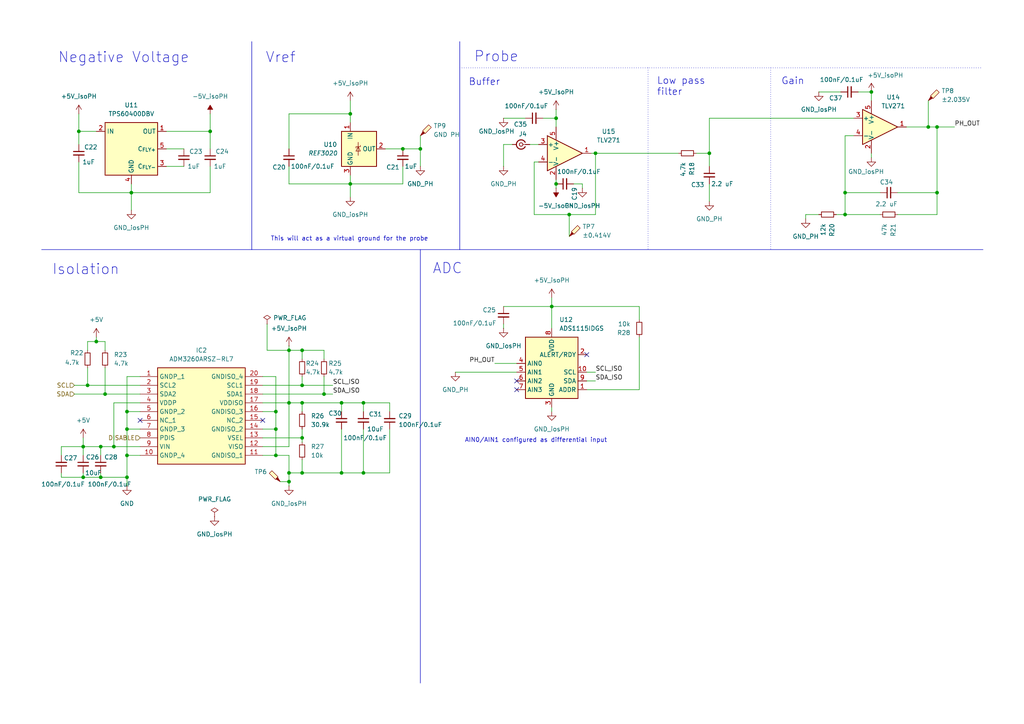
<source format=kicad_sch>
(kicad_sch (version 20231120) (generator "eeschema") (generator_version "8.0")
  (paper "A4")
  (title_block (title "pH") (rev "2"))
  (lib_symbols
    (symbol "Amplifier_Operational:TLV2371DBV" (pin_names (offset 0.127))
      (property "Reference" "U" (at -1.27 6.35 0))
      (property "Value" "TLV2371DBV" (at -1.27 3.81 0))
      (symbol "TLV2371DBV_0_1"
        (polyline (pts (xy -5.08 5.08) (xy 5.08 0) (xy -5.08 -5.08) (xy -5.08 5.08)) (stroke (width 0.254)) (fill (type background)))
        (pin power_in line (at -2.54 -7.62 90) (length 3.81) (name "V-") (number "2"))
        (pin power_in line (at -2.54 7.62 270) (length 3.81) (name "V+") (number "5"))
      )
      (symbol "TLV2371DBV_1_1"
        (pin output line (at 7.62 0 180) (length 2.54) (name "~") (number "1"))
        (pin input line (at -7.62 2.54 0) (length 2.54) (name "+") (number "3"))
        (pin input line (at -7.62 -2.54 0) (length 2.54) (name "-") (number "4"))
      )
    )
    (symbol "Analog_ADC:ADS1115IDGS"
      (property "Reference" "U" (at 2.54 13.97 0))
      (property "Value" "ADS1115IDGS" (at 7.62 11.43 0))
      (symbol "ADS1115IDGS_0_1"
        (rectangle (start -7.62 10.16) (end 7.62 -7.62) (stroke (width 0.254)) (fill (type background)))
      )
      (symbol "ADS1115IDGS_1_1"
        (pin input line (at 10.16 -5.08 180) (length 2.54) (name "ADDR") (number "1"))
        (pin input line (at 10.16 0 180) (length 2.54) (name "SCL") (number "10"))
        (pin output line (at 10.16 5.08 180) (length 2.54) (name "ALERT/RDY") (number "2"))
        (pin power_in line (at 0 -10.16 90) (length 2.54) (name "GND") (number "3"))
        (pin input line (at -10.16 2.54 0) (length 2.54) (name "AIN0") (number "4"))
        (pin input line (at -10.16 0 0) (length 2.54) (name "AIN1") (number "5"))
        (pin input line (at -10.16 -2.54 0) (length 2.54) (name "AIN2") (number "6"))
        (pin input line (at -10.16 -5.08 0) (length 2.54) (name "AIN3") (number "7"))
        (pin power_in line (at 0 12.7 270) (length 2.54) (name "VDD") (number "8"))
        (pin bidirectional line (at 10.16 -2.54 180) (length 2.54) (name "SDA") (number "9"))
      )
    )
    (symbol "Connector:Conn_Coaxial_Small" (pin_numbers hide) (pin_names (offset 1.016) hide)
      (property "Reference" "J" (at 0.254 3.048 0))
      (property "Value" "Conn_Coaxial_Small" (at 0 -3.81 0))
      (symbol "Conn_Coaxial_Small_0_1"
        (polyline (pts (xy -2.54 0) (xy -0.508 0)))
        (circle (center 0 0) (radius 0.508) (stroke (width 0.2032)))
      )
      (symbol "Conn_Coaxial_Small_1_1"
        (arc (start -1.1916 -0.6311) (mid 0.327 -1.3081) (end 1.3484 0.0039) (stroke (width 0.3048)))
        (arc (start 1.3484 -0.0039) (mid 0.327 1.3081) (end -1.1916 0.6311) (stroke (width 0.3048)))
        (pin passive line (at -2.54 0 0) (length 1.27) (name "In") (number "1"))
        (pin passive line (at 2.54 0 180) (length 1.27) (name "Ext") (number "2"))
      )
    )
    (symbol "Connector:TestPoint_Probe" (pin_numbers hide) (pin_names (offset 0.762) hide)
      (property "Reference" "TP" (at 1.651 5.842 0))
      (property "Value" "TestPoint_Probe" (at 1.651 4.064 0))
      (symbol "TestPoint_Probe_0_1"
        (polyline (pts (xy 1.27 0.762) (xy 0 0) (xy 0.762 1.27) (xy 1.27 0.762)) (fill (type outline)))
        (polyline (pts (xy 1.397 0.635) (xy 0.635 1.397) (xy 2.413 3.175) (xy 3.175 2.413) (xy 1.397 0.635)) (fill (type background)))
      )
      (symbol "TestPoint_Probe_1_1"
        (pin passive line (at 0 0 90) (length 0) (name "1") (number "1"))
      )
    )
    (symbol "Device:C_Small" (pin_numbers hide) (pin_names (offset 0.254) hide)
      (property "Reference" "C" (at 0.254 1.778 0))
      (property "Value" "C_Small" (at 0.254 -2.032 0))
      (symbol "C_Small_0_1"
        (polyline (pts (xy -1.524 -0.508) (xy 1.524 -0.508)) (stroke (width 0.3302)))
        (polyline (pts (xy -1.524 0.508) (xy 1.524 0.508)) (stroke (width 0.3048)))
      )
      (symbol "C_Small_1_1"
        (pin passive line (at 0 2.54 270) (length 2.032) (name "~") (number "1"))
        (pin passive line (at 0 -2.54 90) (length 2.032) (name "~") (number "2"))
      )
    )
    (symbol "Device:R_Small" (pin_numbers hide) (pin_names (offset 0.254) hide)
      (property "Reference" "R" (at 0.762 0.508 0))
      (property "Value" "R_Small" (at 0.762 -1.016 0))
      (symbol "R_Small_0_1"
        (rectangle (start -0.762 1.778) (end 0.762 -1.778) (stroke (width 0.2032)))
      )
      (symbol "R_Small_1_1"
        (pin passive line (at 0 2.54 270) (length 0.762) (name "~") (number "1"))
        (pin passive line (at 0 -2.54 90) (length 0.762) (name "~") (number "2"))
      )
    )
    (symbol "HydroponicFlowerControl:ADM3260ARSZ-RL7"
      (property "Reference" "IC" (at 31.75 7.62 0))
      (property "Value" "ADM3260ARSZ-RL7" (at 31.75 5.08 0))
      (symbol "ADM3260ARSZ-RL7_1_1"
        (rectangle (start 5.08 2.54) (end 30.48 -25.4) (stroke (width 0.254)) (fill (type background)))
        (pin passive line (at 0 0 0) (length 5.08) (name "GNDP_1") (number "1"))
        (pin passive line (at 0 -22.86 0) (length 5.08) (name "GNDP_4") (number "10"))
        (pin passive line (at 35.56 -22.86 180) (length 5.08) (name "GNDISO_1") (number "11"))
        (pin passive line (at 35.56 -20.32 180) (length 5.08) (name "VISO") (number "12"))
        (pin passive line (at 35.56 -17.78 180) (length 5.08) (name "VSEL") (number "13"))
        (pin passive line (at 35.56 -15.24 180) (length 5.08) (name "GNDISO_2") (number "14"))
        (pin passive line (at 35.56 -12.7 180) (length 5.08) (name "NC_2") (number "15"))
        (pin passive line (at 35.56 -10.16 180) (length 5.08) (name "GNDISO_3") (number "16"))
        (pin passive line (at 35.56 -7.62 180) (length 5.08) (name "VDDISO") (number "17"))
        (pin passive line (at 35.56 -5.08 180) (length 5.08) (name "SDA1") (number "18"))
        (pin passive line (at 35.56 -2.54 180) (length 5.08) (name "SCL1") (number "19"))
        (pin passive line (at 0 -2.54 0) (length 5.08) (name "SCL2") (number "2"))
        (pin passive line (at 35.56 0 180) (length 5.08) (name "GNDISO_4") (number "20"))
        (pin passive line (at 0 -5.08 0) (length 5.08) (name "SDA2") (number "3"))
        (pin passive line (at 0 -7.62 0) (length 5.08) (name "VDDP") (number "4"))
        (pin passive line (at 0 -10.16 0) (length 5.08) (name "GNDP_2") (number "5"))
        (pin passive line (at 0 -12.7 0) (length 5.08) (name "NC_1") (number "6"))
        (pin passive line (at 0 -15.24 0) (length 5.08) (name "GNDP_3") (number "7"))
        (pin passive line (at 0 -17.78 0) (length 5.08) (name "PDIS") (number "8"))
        (pin passive line (at 0 -20.32 0) (length 5.08) (name "VIN") (number "9"))
      )
    )
    (symbol "Reference_Voltage:REF3020" (pin_names (offset 0.254))
      (property "Reference" "U" (at 0 6.35 0))
      (property "Value" "REF3020" (at 2.54 -6.35 0))
      (symbol "REF3020_0_1"
        (rectangle (start -5.08 5.08) (end 5.08 -5.08) (stroke (width 0.254)) (fill (type background)))
        (polyline (pts (xy -0.254 1.905) (xy -0.254 -1.905)))
        (polyline (pts (xy -0.889 -0.635) (xy 0.381 -0.635) (xy -0.254 0.635) (xy -0.889 -0.635)))
        (polyline (pts (xy 0.381 1.016) (xy 0.381 0.635) (xy -0.889 0.635) (xy -0.889 0.254)))
      )
      (symbol "REF3020_1_1"
        (pin power_in line (at -2.54 7.62 270) (length 2.54) (name "IN") (number "1"))
        (pin power_out line (at 7.62 0 180) (length 2.54) (name "OUT") (number "2"))
        (pin power_in line (at -2.54 -7.62 90) (length 2.54) (name "GND") (number "3"))
      )
    )
    (symbol "Regulator_SwitchedCapacitor:TPS60400DBV"
      (property "Reference" "U" (at 6.35 8.89 0))
      (property "Value" "TPS60400DBV" (at 7.62 -8.89 0))
      (symbol "TPS60400DBV_1_1"
        (rectangle (start -7.62 7.62) (end 7.62 -7.62) (stroke (width 0.254)) (fill (type background)))
        (pin power_out line (at 10.16 5.08 180) (length 2.54) (name "OUT") (number "1"))
        (pin power_in line (at -10.16 5.08 0) (length 2.54) (name "IN") (number "2"))
        (pin passive line (at 10.16 -5.08 180) (length 2.54) (name "C_{FLY-}") (number "3"))
        (pin power_in line (at 0 -10.16 90) (length 2.54) (name "GND") (number "4"))
        (pin passive line (at 10.16 0 180) (length 2.54) (name "C_{FLY+}") (number "5"))
      )
    )
    (symbol "power:+5V" (power) (pin_numbers hide) (pin_names (offset 0) hide)
      (property "Value" "+5V" (at 0 3.556 0))
      (symbol "+5V_0_1"
        (polyline (pts (xy -0.762 1.27) (xy 0 2.54)))
        (polyline (pts (xy 0 0) (xy 0 2.54)))
        (polyline (pts (xy 0 2.54) (xy 0.762 1.27)))
      )
      (symbol "+5V_1_1"
        (pin power_in line (at 0 0 90) (length 0) (name "~") (number "1"))
      )
    )
    (symbol "power:+5VA" (power) (pin_numbers hide) (pin_names (offset 0) hide)
      (property "Value" "+5VA" (at 0 3.556 0))
      (symbol "+5VA_0_1"
        (polyline (pts (xy -0.762 1.27) (xy 0 2.54)))
        (polyline (pts (xy 0 0) (xy 0 2.54)))
        (polyline (pts (xy 0 2.54) (xy 0.762 1.27)))
      )
      (symbol "+5VA_1_1"
        (pin power_in line (at 0 0 90) (length 0) (name "~") (number "1"))
      )
    )
    (symbol "power:-5VA" (power) (pin_numbers hide) (pin_names (offset 0) hide)
      (property "Value" "-5VA" (at 0 3.556 0))
      (symbol "-5VA_0_0"
        (pin power_in line (at 0 0 90) (length 0) (name "~") (number "1"))
      )
      (symbol "-5VA_0_1"
        (polyline (pts (xy 0 0) (xy 0 1.27) (xy 0.762 1.27) (xy 0 2.54) (xy -0.762 1.27) (xy 0 1.27)) (fill (type outline)))
      )
    )
    (symbol "power:GND" (power) (pin_numbers hide) (pin_names (offset 0) hide)
      (property "Value" "GND" (at 0 -3.81 0))
      (symbol "GND_0_1"
        (polyline (pts (xy 0 0) (xy 0 -1.27) (xy 1.27 -1.27) (xy 0 -2.54) (xy -1.27 -1.27) (xy 0 -1.27)))
      )
      (symbol "GND_1_1"
        (pin power_in line (at 0 0 270) (length 0) (name "~") (number "1"))
      )
    )
    (symbol "power:GND1" (power) (pin_numbers hide) (pin_names (offset 0) hide)
      (property "Value" "GND1" (at 0 -3.81 0))
      (symbol "GND1_0_1"
        (polyline (pts (xy 0 0) (xy 0 -1.27) (xy 1.27 -1.27) (xy 0 -2.54) (xy -1.27 -1.27) (xy 0 -1.27)))
      )
      (symbol "GND1_1_1"
        (pin power_in line (at 0 0 270) (length 0) (name "~") (number "1"))
      )
    )
    (symbol "power:GNDA" (power) (pin_numbers hide) (pin_names (offset 0) hide)
      (property "Value" "GNDA" (at 0 -3.81 0))
      (symbol "GNDA_0_1"
        (polyline (pts (xy 0 0) (xy 0 -1.27) (xy 1.27 -1.27) (xy 0 -2.54) (xy -1.27 -1.27) (xy 0 -1.27)))
      )
      (symbol "GNDA_1_1"
        (pin power_in line (at 0 0 270) (length 0) (name "~") (number "1"))
      )
    )
    (symbol "power:PWR_FLAG" (power) (pin_numbers hide) (pin_names (offset 0) hide)
      (property "Value" "PWR_FLAG" (at 0 3.81 0))
      (symbol "PWR_FLAG_0_0"
        (pin power_out line (at 0 0 90) (length 0) (name "~") (number "1"))
      )
      (symbol "PWR_FLAG_0_1"
        (polyline (pts (xy 0 0) (xy 0 1.27) (xy -1.016 1.905) (xy 0 2.54) (xy 1.016 1.905) (xy 0 1.27)))
      )
    )
  )
  (junction (at 36.83 119.38))
  (junction (at 99.06 137.16))
  (junction (at 161.29 34.29))
  (junction (at 93.98 114.3))
  (junction (at 271.78 55.88))
  (junction (at 29.21 138.43))
  (junction (at 252.73 26.67))
  (junction (at 172.72 44.45))
  (junction (at 269.24 36.83))
  (junction (at 80.01 119.38))
  (junction (at 99.06 116.84))
  (junction (at 101.6 33.02))
  (junction (at 25.4 111.76))
  (junction (at 116.84 43.18))
  (junction (at 87.63 137.16))
  (junction (at 105.41 116.84))
  (junction (at 24.13 129.54))
  (junction (at 83.82 137.16))
  (junction (at 83.82 139.7))
  (junction (at 121.92 43.18))
  (junction (at 38.1 55.88))
  (junction (at 161.29 53.34))
  (junction (at 87.63 127))
  (junction (at 33.02 129.54))
  (junction (at 36.83 138.43))
  (junction (at 101.6 53.34))
  (junction (at 36.83 124.46))
  (junction (at 30.48 114.3))
  (junction (at 60.96 38.1))
  (junction (at 83.82 101.6))
  (junction (at 87.63 101.6))
  (junction (at 83.82 116.84))
  (junction (at 245.11 62.23))
  (junction (at 160.02 88.9))
  (junction (at 87.63 111.76))
  (junction (at 205.74 44.45))
  (junction (at 80.01 132.08))
  (junction (at 36.83 132.08))
  (junction (at 22.86 38.1))
  (junction (at 105.41 137.16))
  (junction (at 27.94 99.06))
  (junction (at 87.63 116.84))
  (junction (at 165.1 62.23))
  (junction (at 245.11 55.88))
  (junction (at 29.21 129.54))
  (junction (at 24.13 138.43))
  (junction (at 271.78 36.83))
  (junction (at 80.01 124.46))
  (no_connect (at 149.86 113.03))
  (no_connect (at 76.2 121.92))
  (no_connect (at 170.18 102.87))
  (no_connect (at 149.86 110.49))
  (no_connect (at 40.64 121.92))
  (wire (pts (xy 233.68 62.23) (xy 237.49 62.23)))
  (wire (pts (xy 146.05 88.9) (xy 160.02 88.9)))
  (wire (pts (xy 170.18 113.03) (xy 185.42 113.03)))
  (wire (pts (xy 24.13 138.43) (xy 29.21 138.43)))
  (wire (pts (xy 60.96 43.18) (xy 60.96 38.1)))
  (wire (pts (xy 22.86 33.02) (xy 22.86 38.1)))
  (wire (pts (xy 271.78 36.83) (xy 271.78 55.88)))
  (wire (pts (xy 87.63 116.84) (xy 99.06 116.84)))
  (wire (pts (xy 83.82 132.08) (xy 83.82 137.16)))
  (wire (pts (xy 76.2 129.54) (xy 83.82 129.54)))
  (wire (pts (xy 40.64 109.22) (xy 36.83 109.22)))
  (wire (pts (xy 248.92 26.67) (xy 252.73 26.67)))
  (wire (pts (xy 17.78 137.16) (xy 17.78 138.43)))
  (wire (pts (xy 76.2 111.76) (xy 87.63 111.76)))
  (wire (pts (xy 83.82 53.34) (xy 101.6 53.34)))
  (wire (pts (xy 76.2 127) (xy 87.63 127)))
  (wire (pts (xy 80.01 119.38) (xy 80.01 124.46)))
  (wire (pts (xy 166.37 53.34) (xy 168.91 53.34)))
  (wire (pts (xy 121.92 43.18) (xy 121.92 39.37)))
  (wire (pts (xy 245.11 55.88) (xy 245.11 39.37)))
  (wire (pts (xy 172.72 44.45) (xy 172.72 62.23)))
  (wire (pts (xy 87.63 127) (xy 87.63 128.27)))
  (wire (pts (xy 21.59 114.3) (xy 30.48 114.3)))
  (wire (pts (xy 245.11 55.88) (xy 255.27 55.88)))
  (wire (pts (xy 269.24 36.83) (xy 271.78 36.83)))
  (wire (pts (xy 205.74 53.34) (xy 205.74 58.42)))
  (wire (pts (xy 116.84 48.26) (xy 116.84 53.34)))
  (wire (pts (xy 168.91 53.34) (xy 168.91 54.61)))
  (wire (pts (xy 36.83 119.38) (xy 40.64 119.38)))
  (wire (pts (xy 205.74 34.29) (xy 205.74 44.45)))
  (wire (pts (xy 161.29 34.29) (xy 161.29 36.83)))
  (wire (pts (xy 76.2 109.22) (xy 80.01 109.22)))
  (wire (pts (xy 165.1 62.23) (xy 165.1 68.58)))
  (wire (pts (xy 83.82 100.33) (xy 83.82 101.6)))
  (wire (pts (xy 260.35 55.88) (xy 271.78 55.88)))
  (wire (pts (xy 161.29 52.07) (xy 161.29 53.34)))
  (wire (pts (xy 201.93 44.45) (xy 205.74 44.45)))
  (wire (pts (xy 121.92 43.18) (xy 121.92 48.26)))
  (wire (pts (xy 99.06 119.38) (xy 99.06 116.84)))
  (wire (pts (xy 76.2 119.38) (xy 80.01 119.38)))
  (wire (pts (xy 113.03 124.46) (xy 113.03 137.16)))
  (wire (pts (xy 146.05 93.98) (xy 146.05 95.25)))
  (wire (pts (xy 30.48 101.6) (xy 30.48 99.06)))
  (wire (pts (xy 80.01 124.46) (xy 80.01 132.08)))
  (wire (pts (xy 36.83 132.08) (xy 36.83 138.43)))
  (wire (pts (xy 30.48 99.06) (xy 27.94 99.06)))
  (wire (pts (xy 83.82 137.16) (xy 83.82 139.7)))
  (wire (pts (xy 101.6 33.02) (xy 101.6 35.56)))
  (wire (pts (xy 83.82 101.6) (xy 83.82 116.84)))
  (wire (pts (xy 161.29 53.34) (xy 161.29 54.61)))
  (wire (pts (xy 116.84 43.18) (xy 121.92 43.18)))
  (wire (pts (xy 76.2 124.46) (xy 80.01 124.46)))
  (wire (pts (xy 76.2 132.08) (xy 80.01 132.08)))
  (wire (pts (xy 22.86 46.99) (xy 22.86 55.88)))
  (wire (pts (xy 93.98 101.6) (xy 87.63 101.6)))
  (wire (pts (xy 29.21 137.16) (xy 29.21 138.43)))
  (wire (pts (xy 33.02 116.84) (xy 33.02 129.54)))
  (wire (pts (xy 83.82 139.7) (xy 83.82 140.97)))
  (wire (pts (xy 77.47 101.6) (xy 83.82 101.6)))
  (wire (pts (xy 160.02 118.11) (xy 160.02 119.38)))
  (wire (pts (xy 83.82 33.02) (xy 101.6 33.02)))
  (wire (pts (xy 113.03 119.38) (xy 113.03 116.84)))
  (wire (pts (xy 48.26 38.1) (xy 60.96 38.1)))
  (wire (pts (xy 27.94 99.06) (xy 25.4 99.06)))
  (wire (pts (xy 77.47 93.98) (xy 77.47 101.6)))
  (wire (pts (xy 36.83 132.08) (xy 40.64 132.08)))
  (wire (pts (xy 36.83 119.38) (xy 36.83 124.46)))
  (wire (pts (xy 99.06 137.16) (xy 87.63 137.16)))
  (wire (pts (xy 22.86 38.1) (xy 27.94 38.1)))
  (wire (pts (xy 271.78 62.23) (xy 260.35 62.23)))
  (wire (pts (xy 171.45 44.45) (xy 172.72 44.45)))
  (wire (pts (xy 21.59 111.76) (xy 25.4 111.76)))
  (wire (pts (xy 25.4 106.68) (xy 25.4 111.76)))
  (wire (pts (xy 24.13 129.54) (xy 29.21 129.54)))
  (wire (pts (xy 38.1 53.34) (xy 38.1 55.88)))
  (wire (pts (xy 185.42 92.71) (xy 185.42 88.9)))
  (wire (pts (xy 269.24 29.21) (xy 269.24 36.83)))
  (wire (pts (xy 60.96 55.88) (xy 38.1 55.88)))
  (wire (pts (xy 185.42 88.9) (xy 160.02 88.9)))
  (wire (pts (xy 87.63 119.38) (xy 87.63 116.84)))
  (wire (pts (xy 143.51 105.41) (xy 149.86 105.41)))
  (wire (pts (xy 237.49 26.67) (xy 243.84 26.67)))
  (wire (pts (xy 36.83 124.46) (xy 36.83 132.08)))
  (wire (pts (xy 24.13 129.54) (xy 24.13 127)))
  (wire (pts (xy 146.05 34.29) (xy 152.4 34.29)))
  (wire (pts (xy 105.41 124.46) (xy 105.41 137.16)))
  (wire (pts (xy 36.83 109.22) (xy 36.83 119.38)))
  (wire (pts (xy 157.48 34.29) (xy 161.29 34.29)))
  (wire (pts (xy 29.21 129.54) (xy 33.02 129.54)))
  (wire (pts (xy 36.83 124.46) (xy 40.64 124.46)))
  (polyline (pts (xy 133.35 72.39) (xy 73.025 72.39)))
  (wire (pts (xy 185.42 113.03) (xy 185.42 97.79)))
  (wire (pts (xy 87.63 124.46) (xy 87.63 127)))
  (wire (pts (xy 60.96 48.26) (xy 60.96 55.88)))
  (wire (pts (xy 245.11 62.23) (xy 255.27 62.23)))
  (wire (pts (xy 48.26 43.18) (xy 53.34 43.18)))
  (wire (pts (xy 87.63 101.6) (xy 83.82 101.6)))
  (wire (pts (xy 80.01 132.08) (xy 83.82 132.08)))
  (wire (pts (xy 30.48 106.68) (xy 30.48 114.3)))
  (wire (pts (xy 83.82 116.84) (xy 87.63 116.84)))
  (wire (pts (xy 233.68 62.23) (xy 233.68 63.5)))
  (wire (pts (xy 87.63 111.76) (xy 96.52 111.76)))
  (wire (pts (xy 105.41 116.84) (xy 105.41 119.38)))
  (wire (pts (xy 76.2 116.84) (xy 83.82 116.84)))
  (wire (pts (xy 242.57 62.23) (xy 245.11 62.23)))
  (wire (pts (xy 154.94 62.23) (xy 154.94 46.99)))
  (wire (pts (xy 29.21 138.43) (xy 36.83 138.43)))
  (wire (pts (xy 245.11 39.37) (xy 247.65 39.37)))
  (wire (pts (xy 40.64 116.84) (xy 33.02 116.84)))
  (polyline (pts (xy 187.96 19.685) (xy 187.96 72.39)) (stroke (width 0) (type dot)))
  (wire (pts (xy 172.72 44.45) (xy 196.85 44.45)))
  (wire (pts (xy 148.59 41.91) (xy 146.05 41.91)))
  (wire (pts (xy 149.86 107.95) (xy 132.08 107.95)))
  (polyline (pts (xy 133.35 72.39) (xy 285.115 72.39)))
  (wire (pts (xy 153.67 41.91) (xy 156.21 41.91)))
  (wire (pts (xy 24.13 137.16) (xy 24.13 138.43)))
  (wire (pts (xy 83.82 48.26) (xy 83.82 53.34)))
  (wire (pts (xy 99.06 116.84) (xy 105.41 116.84)))
  (wire (pts (xy 146.05 41.91) (xy 146.05 48.26)))
  (wire (pts (xy 22.86 38.1) (xy 22.86 41.91)))
  (wire (pts (xy 113.03 137.16) (xy 105.41 137.16)))
  (wire (pts (xy 83.82 129.54) (xy 83.82 116.84)))
  (wire (pts (xy 48.26 48.26) (xy 53.34 48.26)))
  (wire (pts (xy 93.98 114.3) (xy 96.52 114.3)))
  (wire (pts (xy 262.89 36.83) (xy 269.24 36.83)))
  (wire (pts (xy 170.18 107.95) (xy 172.72 107.95)))
  (polyline (pts (xy 133.35 12.065) (xy 133.35 72.39)))
  (wire (pts (xy 165.1 62.23) (xy 154.94 62.23)))
  (polyline (pts (xy 223.52 19.685) (xy 223.52 72.39)) (stroke (width 0) (type dot)))
  (wire (pts (xy 116.84 53.34) (xy 101.6 53.34)))
  (wire (pts (xy 245.11 62.23) (xy 245.11 55.88)))
  (wire (pts (xy 87.63 137.16) (xy 83.82 137.16)))
  (polyline (pts (xy 12.065 72.39) (xy 73.025 72.39)))
  (wire (pts (xy 99.06 124.46) (xy 99.06 137.16)))
  (wire (pts (xy 205.74 44.45) (xy 205.74 48.26)))
  (wire (pts (xy 93.98 109.22) (xy 93.98 114.3)))
  (wire (pts (xy 17.78 138.43) (xy 24.13 138.43)))
  (wire (pts (xy 17.78 132.08) (xy 17.78 129.54)))
  (wire (pts (xy 33.02 129.54) (xy 40.64 129.54)))
  (wire (pts (xy 87.63 109.22) (xy 87.63 111.76)))
  (polyline (pts (xy 133.35 19.685) (xy 284.48 19.685)) (stroke (width 0) (type dot)))
  (wire (pts (xy 172.72 62.23) (xy 165.1 62.23)))
  (wire (pts (xy 29.21 129.54) (xy 29.21 132.08)))
  (wire (pts (xy 161.29 31.75) (xy 161.29 34.29)))
  (wire (pts (xy 154.94 46.99) (xy 156.21 46.99)))
  (wire (pts (xy 36.83 138.43) (xy 36.83 140.97)))
  (wire (pts (xy 101.6 29.21) (xy 101.6 33.02)))
  (wire (pts (xy 111.76 43.18) (xy 116.84 43.18)))
  (wire (pts (xy 252.73 44.45) (xy 252.73 45.72)))
  (wire (pts (xy 27.94 97.79) (xy 27.94 99.06)))
  (wire (pts (xy 87.63 133.35) (xy 87.63 137.16)))
  (wire (pts (xy 25.4 111.76) (xy 40.64 111.76)))
  (wire (pts (xy 81.28 139.7) (xy 83.82 139.7)))
  (wire (pts (xy 271.78 55.88) (xy 271.78 62.23)))
  (wire (pts (xy 205.74 34.29) (xy 247.65 34.29)))
  (wire (pts (xy 101.6 53.34) (xy 101.6 57.15)))
  (wire (pts (xy 22.86 55.88) (xy 38.1 55.88)))
  (wire (pts (xy 83.82 33.02) (xy 83.82 43.18)))
  (wire (pts (xy 38.1 55.88) (xy 38.1 60.96)))
  (wire (pts (xy 25.4 99.06) (xy 25.4 101.6)))
  (wire (pts (xy 80.01 109.22) (xy 80.01 119.38)))
  (wire (pts (xy 170.18 110.49) (xy 172.72 110.49)))
  (wire (pts (xy 87.63 104.14) (xy 87.63 101.6)))
  (wire (pts (xy 76.2 114.3) (xy 93.98 114.3)))
  (wire (pts (xy 252.73 26.67) (xy 252.73 29.21)))
  (wire (pts (xy 101.6 50.8) (xy 101.6 53.34)))
  (polyline (pts (xy 73.025 12.065) (xy 73.025 72.39)))
  (wire (pts (xy 271.78 36.83) (xy 276.86 36.83)))
  (wire (pts (xy 160.02 88.9) (xy 160.02 95.25)))
  (wire (pts (xy 160.02 86.36) (xy 160.02 88.9)))
  (wire (pts (xy 113.03 116.84) (xy 105.41 116.84)))
  (wire (pts (xy 17.78 129.54) (xy 24.13 129.54)))
  (wire (pts (xy 24.13 129.54) (xy 24.13 132.08)))
  (wire (pts (xy 60.96 33.02) (xy 60.96 38.1)))
  (wire (pts (xy 105.41 137.16) (xy 99.06 137.16)))
  (wire (pts (xy 30.48 114.3) (xy 40.64 114.3)))
  (polyline (pts (xy 121.92 72.39) (xy 121.92 198.12)))
  (wire (pts (xy 93.98 104.14) (xy 93.98 101.6)))
  (text "Negative Voltage" (at 16.764 16.764 0) (effects (font (size 3 3)) (justify left)))
  (text "ADC" (at 129.794 77.978 0) (effects (font (size 3 3))))
  (text "Isolation" (at 24.892 78.232 0) (effects (font (size 3 3))))
  (text "AIN0/AIN1 configured as differential input" (at 155.448 127.762 0) (effects (font (size 1.27 1.27))))
  (text "Gain" (at 226.568 23.622 0) (effects (font (size 2 2)) (justify left)))
  (text "Probe" (at 137.414 16.51 0) (effects (font (size 3 3)) (justify left)))
  (text "Buffer" (at 135.89 23.876 0) (effects (font (size 2 2)) (justify left)))
  (text "Vref" (at 76.962 16.764 0) (effects (font (size 3 3)) (justify left)))
  (text "This will act as a virtual ground for the probe" (at 101.346 69.342 0) (effects (font (size 1.27 1.27))))
  (text "Low pass\nfilter" (at 190.5 25.146 0) (effects (font (size 2 2)) (justify left)))
  (label "PH_OUT" (at 143.51 105.41 180))
  (label "PH_OUT" (at 276.86 36.83 0))
  (label "SDA_ISO" (at 172.72 110.49 0))
  (label "SDA_ISO" (at 96.52 114.3 0))
  (label "SCL_ISO" (at 96.52 111.76 0))
  (label "SCL_ISO" (at 172.72 107.95 0))
  (hierarchical_label "DISABLE" (shape input) (at 40.64 127 180))
  (hierarchical_label "SDA" (shape input) (at 21.59 114.3 180))
  (hierarchical_label "SCL" (shape input) (at 21.59 111.76 180))
  (symbol (lib_id "power:GNDA") (at 62.23 149.86 0) (unit 1)
    (property "Reference" "#PWR0115" (effects (hide yes)))
    (property "Value" "GND_iosPH" (at 62.23 154.94 0))
    (property "Description" "Power symbol creates a global label with name \"GNDA\" , analog ground" (effects (hide yes)))
  )
  (symbol (lib_id "Connector:Conn_Coaxial_Small") (at 151.13 41.91 180) (unit 1) (in_bom no)
    (property "Reference" "J4" (at 151.638 38.862 0))
    (property "Value" "pH" (effects (hide yes)))
    (property "Footprint" "Connector_Coaxial:BNC_Amphenol_B6252HB-NPP3G-50_Horizontal" (effects (hide yes)))
    (property "Description" "small coaxial connector (BNC, SMA, SMB, SMC, Cinch/RCA, LEMO, ...)" (effects (hide yes)))
    (property "LCSC" "C2837587" (effects (hide yes)))
  )
  (symbol (lib_id "Device:R_Small") (at 87.63 121.92 0) (unit 1)
    (property "Reference" "R26" (at 90.17 120.6499 0) (effects (justify left)))
    (property "Value" "30.9k" (at 90.17 123.1899 0) (effects (justify left)))
    (property "Footprint" "Resistor_SMD:R_0603_1608Metric" (effects (hide yes)))
    (property "Description" "Resistor, small symbol" (effects (hide yes)))
    (property "LCSC" "C23022" (effects (hide yes)))
  )
  (symbol (lib_id "Device:R_Small") (at 93.98 106.68 0) (unit 1)
    (property "Reference" "R25" (at 95.25 105.41 0) (effects (justify left)))
    (property "Value" "4.7k" (at 95.25 107.95 0) (effects (justify left)))
    (property "Footprint" "Resistor_SMD:R_0603_1608Metric" (effects (hide yes)))
    (property "Description" "Resistor, small symbol" (effects (hide yes)))
    (property "LCSC" "C23162" (effects (hide yes)))
  )
  (symbol (lib_id "power:+5VA") (at 101.6 29.21 0) (unit 1)
    (property "Reference" "#PWR048" (effects (hide yes)))
    (property "Value" "+5V_isoPH" (at 101.6 24.13 0))
    (property "Description" "Power symbol creates a global label with name \"+5VA\"" (effects (hide yes)))
  )
  (symbol (lib_id "power:GND1") (at 205.74 58.42 0) (unit 1)
    (property "Reference" "#PWR043" (effects (hide yes)))
    (property "Value" "GND_PH" (at 205.74 63.5 0))
    (property "Description" "Power symbol creates a global label with name \"GND1\" , ground" (effects (hide yes)))
  )
  (symbol (lib_id "power:GNDA") (at 146.05 34.29 0) (unit 1)
    (property "Reference" "#PWR068" (effects (hide yes)))
    (property "Value" "GND_iosPH" (at 144.018 38.1 0))
    (property "Description" "Power symbol creates a global label with name \"GNDA\" , analog ground" (effects (hide yes)))
  )
  (symbol (lib_id "Device:C_Small") (at 83.82 45.72 0) (unit 1)
    (property "Reference" "C20" (at 78.994 48.514 0) (effects (justify left)))
    (property "Value" "100nF/0.1uF" (at 84.328 48.26 0) (effects (justify left)))
    (property "Footprint" "Capacitor_SMD:C_0603_1608Metric" (effects (hide yes)))
    (property "Description" "Unpolarized capacitor, small symbol" (effects (hide yes)))
    (property "LCSC" "C14663" (effects (hide yes)))
  )
  (symbol (lib_id "Reference_Voltage:REF3020") (at 104.14 43.18 0) (unit 1)
    (property "Reference" "U10" (at 97.79 41.9099 0) (effects (justify right)))
    (property "Value" "REF3020" (at 97.79 44.4499 0) (effects (font (italic yes)) (justify right)))
    (property "Footprint" "Package_TO_SOT_SMD:SOT-23" (effects (hide yes)))
    (property "Datasheet" "http://www.ti.com/lit/ds/symlink/ref3033.pdf" (effects (hide yes)))
    (property "Description" "2.048V 50-ppm/°C Max, 50-μA, CMOS Voltage Reference, SOT-23-3" (effects (hide yes)))
    (property "LCSC" "C26804" (effects (hide yes)))
  )
  (symbol (lib_id "Device:C_Small") (at 17.78 134.62 180) (unit 1)
    (property "Reference" "C27" (at 18.542 132.842 0) (effects (justify right)))
    (property "Value" "100nF/0.1uF" (at 11.938 140.462 0) (effects (justify right)))
    (property "Footprint" "Capacitor_SMD:C_0603_1608Metric" (effects (hide yes)))
    (property "Description" "Unpolarized capacitor, small symbol" (effects (hide yes)))
    (property "LCSC" "C14663" (effects (hide yes)))
  )
  (symbol (lib_id "Device:C_Small") (at 60.96 45.72 0) (unit 1)
    (property "Reference" "C24" (at 62.484 43.942 0) (effects (justify left)))
    (property "Value" "1uF" (at 61.976 48.26 0) (effects (justify left)))
    (property "Footprint" "Capacitor_SMD:C_0603_1608Metric" (effects (hide yes)))
    (property "Description" "Unpolarized capacitor, small symbol" (effects (hide yes)))
    (property "LCSC" "C15849" (effects (hide yes)))
  )
  (symbol (lib_id "power:GNDA") (at 160.02 119.38 0) (unit 1)
    (property "Reference" "#PWR054" (effects (hide yes)))
    (property "Value" "GND_iosPH" (at 160.02 124.46 0))
    (property "Description" "Power symbol creates a global label with name \"GNDA\" , analog ground" (effects (hide yes)))
  )
  (symbol (lib_id "power:+5VA") (at 160.02 86.36 0) (unit 1)
    (property "Reference" "#PWR051" (effects (hide yes)))
    (property "Value" "+5V_isoPH" (at 160.02 81.28 0))
    (property "Description" "Power symbol creates a global label with name \"+5VA\"" (effects (hide yes)))
  )
  (symbol (lib_id "power:GNDA") (at 38.1 60.96 0) (unit 1)
    (property "Reference" "#PWR067" (effects (hide yes)))
    (property "Value" "GND_iosPH" (at 38.1 66.04 0))
    (property "Description" "Power symbol creates a global label with name \"GNDA\" , analog ground" (effects (hide yes)))
  )
  (symbol (lib_id "power:PWR_FLAG") (at 77.47 93.98 0) (unit 1)
    (property "Reference" "#FLG07" (effects (hide yes)))
    (property "Value" "PWR_FLAG" (at 84.074 92.202 0))
    (property "Description" "Special symbol for telling ERC where power comes from" (effects (hide yes)))
  )
  (symbol (lib_id "power:+5V") (at 27.94 97.79 0) (unit 1)
    (property "Reference" "#PWR060" (effects (hide yes)))
    (property "Value" "+5V" (at 27.94 92.71 0))
    (property "Description" "Power symbol creates a global label with name \"+5V\"" (effects (hide yes)))
  )
  (symbol (lib_id "Device:C_Small") (at 257.81 55.88 90) (unit 1)
    (property "Reference" "C34" (at 259.08 52.832 90) (effects (justify left)))
    (property "Value" "2.2 uF" (at 260.35 59.182 90) (effects (justify left)))
    (property "Footprint" "Capacitor_SMD:C_0603_1608Metric" (effects (hide yes)))
    (property "Description" "Unpolarized capacitor, small symbol" (effects (hide yes)))
    (property "LCSC" "C23630" (effects (hide yes)))
  )
  (symbol (lib_id "Device:R_Small") (at 257.81 62.23 270) (unit 1)
    (property "Reference" "R21" (at 259.0801 64.77 0) (effects (justify left)))
    (property "Value" "47k" (at 256.5401 64.77 0) (effects (justify left)))
    (property "Footprint" "Resistor_SMD:R_0603_1608Metric" (effects (hide yes)))
    (property "Description" "Resistor, small symbol" (effects (hide yes)))
    (property "LCSC" "C25819" (effects (hide yes)))
  )
  (symbol (lib_id "power:GNDA") (at 237.49 26.67 0) (unit 1)
    (property "Reference" "#PWR077" (effects (hide yes)))
    (property "Value" "GND_iosPH" (at 237.49 31.75 0))
    (property "Description" "Power symbol creates a global label with name \"GNDA\" , analog ground" (effects (hide yes)))
  )
  (symbol (lib_id "power:+5VA") (at 252.73 26.67 0) (unit 1)
    (property "Reference" "#PWR078" (effects (hide yes)))
    (property "Value" "+5V_isoPH" (at 256.794 21.844 0))
    (property "Description" "Power symbol creates a global label with name \"+5VA\"" (effects (hide yes)))
  )
  (symbol (lib_id "Device:C_Small") (at 29.21 134.62 0) (unit 1)
    (property "Reference" "C28" (at 30.226 132.588 0) (effects (justify left)))
    (property "Value" "100nF/0.1uF" (at 25.4 140.462 0) (effects (justify left)))
    (property "Footprint" "Capacitor_SMD:C_0603_1608Metric" (effects (hide yes)))
    (property "Description" "Unpolarized capacitor, small symbol" (effects (hide yes)))
    (property "LCSC" "C14663" (effects (hide yes)))
  )
  (symbol (lib_id "Device:C_Small") (at 163.83 53.34 90) (unit 1)
    (property "Reference" "C19" (at 166.624 58.166 0) (effects (justify left)))
    (property "Value" "100nF/0.1uF" (at 174.244 49.784 90) (effects (justify left)))
    (property "Footprint" "Capacitor_SMD:C_0603_1608Metric" (effects (hide yes)))
    (property "Description" "Unpolarized capacitor, small symbol" (effects (hide yes)))
    (property "LCSC" "C14663" (effects (hide yes)))
  )
  (symbol (lib_id "power:+5V") (at 24.13 127 0) (unit 1)
    (property "Reference" "#PWR057" (effects (hide yes)))
    (property "Value" "+5V" (at 24.13 121.92 0))
    (property "Description" "Power symbol creates a global label with name \"+5V\"" (effects (hide yes)))
  )
  (symbol (lib_id "Device:C_Small") (at 113.03 121.92 180) (unit 1)
    (property "Reference" "C29" (at 115.57 120.6435 0) (effects (justify right)))
    (property "Value" "100nF/0.1uF" (at 115.57 123.1835 0) (effects (justify right)))
    (property "Footprint" "Capacitor_SMD:C_0603_1608Metric" (effects (hide yes)))
    (property "Description" "Unpolarized capacitor, small symbol" (effects (hide yes)))
    (property "LCSC" "C14663" (effects (hide yes)))
  )
  (symbol (lib_id "Device:C_Small") (at 53.34 45.72 0) (unit 1)
    (property "Reference" "C23" (at 54.864 43.942 0) (effects (justify left)))
    (property "Value" "1uF" (at 54.356 48.26 0) (effects (justify left)))
    (property "Footprint" "Capacitor_SMD:C_0603_1608Metric" (effects (hide yes)))
    (property "Description" "Unpolarized capacitor, small symbol" (effects (hide yes)))
    (property "LCSC" "C15849" (effects (hide yes)))
  )
  (symbol (lib_id "Device:C_Small") (at 246.38 26.67 90) (unit 1)
    (property "Reference" "C37" (at 244.348 28.448 90) (effects (justify left)))
    (property "Value" "100nF/0.1uF" (at 250.444 23.114 90) (effects (justify left)))
    (property "Footprint" "Capacitor_SMD:C_0603_1608Metric" (effects (hide yes)))
    (property "Description" "Unpolarized capacitor, small symbol" (effects (hide yes)))
    (property "LCSC" "C14663" (effects (hide yes)))
  )
  (symbol (lib_id "power:-5VA") (at 161.29 54.61 180) (unit 1)
    (property "Reference" "#PWR074" (effects (hide yes)))
    (property "Value" "-5V_isoPH" (at 161.29 59.69 0))
    (property "Description" "Power symbol creates a global label with name \"-5VA\"" (effects (hide yes)))
  )
  (symbol (lib_id "Device:R_Small") (at 87.63 130.81 0) (unit 1)
    (property "Reference" "R27" (at 90.17 129.5399 0) (effects (justify left)))
    (property "Value" "10k" (at 90.17 132.0799 0) (effects (justify left)))
    (property "Footprint" "Resistor_SMD:R_0603_1608Metric" (effects (hide yes)))
    (property "Description" "Resistor, small symbol" (effects (hide yes)))
    (property "LCSC" "C25804" (effects (hide yes)))
  )
  (symbol (lib_id "Regulator_SwitchedCapacitor:TPS60400DBV") (at 38.1 43.18 0) (unit 1)
    (property "Reference" "U11" (at 38.1 30.48 0))
    (property "Value" "TPS60400DBV" (at 38.1 33.02 0))
    (property "Footprint" "Package_TO_SOT_SMD:SOT-23-5" (effects (hide yes)))
    (property "Datasheet" "https://www.ti.com/lit/ds/symlink/tps60400.pdf" (effects (hide yes)))
    (property "Description" "Unregulated 60-mA Charge Pump Voltage Inverter with Variable Switching Frequency 50 kHz - 250 kHz, SOT-23-5" (effects (hide yes)))
    (property "LCSC" "C9839" (effects (hide yes)))
  )
  (symbol (lib_id "Amplifier_Operational:TLV2371DBV") (at 163.83 44.45 0) (unit 1)
    (property "Reference" "U15" (at 176.53 38.1314 0))
    (property "Value" "TLV271" (at 176.53 40.6714 0))
    (property "Footprint" "Package_TO_SOT_SMD:SOT-23-5" (effects (hide yes)))
    (property "Datasheet" "https://wmsc.lcsc.com/wmsc/upload/file/pdf/v2/lcsc/2304140030_Diodes-Incorporated-TLV271CW5-7_C150498.pdf" (effects (hide yes)))
    (property "Description" "Rail-to-Rail Input/Output Operational Amplifier, SOT-25" (effects (hide yes)))
    (property "LCSC" "C150498" (effects (hide yes)))
  )
  (symbol (lib_id "power:+5VA") (at 22.86 33.02 0) (unit 1)
    (property "Reference" "#PWR050" (effects (hide yes)))
    (property "Value" "+5V_isoPH" (at 22.86 27.94 0))
    (property "Description" "Power symbol creates a global label with name \"+5VA\"" (effects (hide yes)))
  )
  (symbol (lib_id "Device:R_Small") (at 25.4 104.14 0) (unit 1)
    (property "Reference" "R22" (at 20.32 102.362 0) (effects (justify left)))
    (property "Value" "4.7k" (at 18.796 105.156 0) (effects (justify left)))
    (property "Footprint" "Resistor_SMD:R_0603_1608Metric" (effects (hide yes)))
    (property "Description" "Resistor, small symbol" (effects (hide yes)))
    (property "LCSC" "C23162" (effects (hide yes)))
  )
  (symbol (lib_id "Amplifier_Operational:TLV2371DBV") (at 255.27 36.83 0) (unit 1)
    (property "Reference" "U14" (at 259.08 28.194 0))
    (property "Value" "TLV271" (at 259.08 30.734 0))
    (property "Footprint" "Package_TO_SOT_SMD:SOT-23-5" (effects (hide yes)))
    (property "Datasheet" "https://wmsc.lcsc.com/wmsc/upload/file/pdf/v2/lcsc/2304140030_Diodes-Incorporated-TLV271CW5-7_C150498.pdf" (effects (hide yes)))
    (property "Description" "Rail-to-Rail Input/Output Operational Amplifier, SOT-25" (effects (hide yes)))
    (property "LCSC" "C150498" (effects (hide yes)))
  )
  (symbol (lib_id "Device:C_Small") (at 205.74 50.8 0) (unit 1)
    (property "Reference" "C33" (at 200.406 53.594 0) (effects (justify left)))
    (property "Value" "2.2 uF" (at 206.248 53.34 0) (effects (justify left)))
    (property "Footprint" "Capacitor_SMD:C_0603_1608Metric" (effects (hide yes)))
    (property "Description" "Unpolarized capacitor, small symbol" (effects (hide yes)))
    (property "LCSC" "C23630" (effects (hide yes)))
  )
  (symbol (lib_id "Connector:TestPoint_Probe") (at 81.28 139.7 0) (mirror y) (unit 1) (in_bom no)
    (property "Reference" "TP6" (at 77.47 136.8424 0) (effects (justify left)))
    (property "Value" "GND_ISO" (effects (hide yes)))
    (property "Footprint" "TestPoint:TestPoint_Loop_D1.80mm_Drill1.0mm_Beaded" (effects (hide yes)))
    (property "Description" "test point (alternative probe-style design)" (effects (hide yes)))
    (property "LCSC" "C5199801" (effects (hide yes)))
  )
  (symbol (lib_id "power:GND1") (at 121.92 48.26 0) (unit 1)
    (property "Reference" "#PWR072" (effects (hide yes)))
    (property "Value" "GND_PH" (at 121.92 53.34 0))
    (property "Description" "Power symbol creates a global label with name \"GND1\" , ground" (effects (hide yes)))
  )
  (symbol (lib_id "power:GND1") (at 132.08 107.95 0) (unit 1)
    (property "Reference" "#PWR071" (effects (hide yes)))
    (property "Value" "GND_PH" (at 132.08 113.03 0))
    (property "Description" "Power symbol creates a global label with name \"GND1\" , ground" (effects (hide yes)))
  )
  (symbol (lib_id "Device:C_Small") (at 24.13 134.62 0) (unit 1)
    (property "Reference" "C26" (at 24.892 132.588 0) (effects (justify left)))
    (property "Value" "10uF" (at 24.638 137.16 0) (effects (justify left)))
    (property "Footprint" "Capacitor_SMD:C_0603_1608Metric" (effects (hide yes)))
    (property "Description" "Unpolarized capacitor, small symbol" (effects (hide yes)))
    (property "LCSC" "C19702" (effects (hide yes)))
  )
  (symbol (lib_id "Device:R_Small") (at 199.39 44.45 270) (unit 1)
    (property "Reference" "R18" (at 200.6601 46.99 0) (effects (justify left)))
    (property "Value" "4.7k" (at 198.1201 46.99 0) (effects (justify left)))
    (property "Footprint" "Resistor_SMD:R_0603_1608Metric" (effects (hide yes)))
    (property "Description" "Resistor, small symbol" (effects (hide yes)))
    (property "LCSC" "C23162" (effects (hide yes)))
  )
  (symbol (lib_id "Connector:TestPoint_Probe") (at 269.24 29.21 0) (unit 1) (in_bom no)
    (property "Reference" "TP8" (at 273.05 26.3524 0) (effects (justify left)))
    (property "Value" "±2.035V" (at 273.05 28.8924 0) (effects (justify left)))
    (property "Footprint" "TestPoint:TestPoint_Pad_D1.0mm" (effects (hide yes)))
    (property "Description" "test point (alternative probe-style design)" (effects (hide yes)))
  )
  (symbol (lib_id "Analog_ADC:ADS1115IDGS") (at 160.02 107.95 0) (unit 1)
    (property "Reference" "U12" (at 162.2141 92.71 0) (effects (justify left)))
    (property "Value" "ADS1115IDGS" (at 162.2141 95.25 0) (effects (justify left)))
    (property "Footprint" "Package_SO:VSSOP-10_3x3mm_P0.5mm" (effects (hide yes)))
    (property "Datasheet" "http://www.ti.com/lit/ds/symlink/ads1113.pdf" (effects (hide yes)))
    (property "Description" "Ultra-Small, Low-Power, I2C-Compatible, 860-SPS, 16-Bit ADCs With Internal Reference, Oscillator, and Programmable Comparator, VSSOP-10" (effects (hide yes)))
    (property "LCSC" "C37593" (effects (hide yes)))
    (property "JLCPCB Rotation Offset" "270" (effects (hide yes)))
  )
  (symbol (lib_id "power:GNDA") (at 252.73 45.72 0) (unit 1)
    (property "Reference" "#PWR061" (effects (hide yes)))
    (property "Value" "GND_iosPH" (at 251.206 49.784 0))
    (property "Description" "Power symbol creates a global label with name \"GNDA\" , analog ground" (effects (hide yes)))
  )
  (symbol (lib_id "Device:R_Small") (at 87.63 106.68 0) (unit 1)
    (property "Reference" "R24" (at 88.646 105.41 0) (effects (justify left)))
    (property "Value" "4.7k" (at 88.646 107.95 0) (effects (justify left)))
    (property "Footprint" "Resistor_SMD:R_0603_1608Metric" (effects (hide yes)))
    (property "Description" "Resistor, small symbol" (effects (hide yes)))
    (property "LCSC" "C23162" (effects (hide yes)))
  )
  (symbol (lib_id "power:GNDA") (at 146.05 95.25 0) (unit 1)
    (property "Reference" "#PWR053" (effects (hide yes)))
    (property "Value" "GND_iosPH" (at 146.05 100.33 0))
    (property "Description" "Power symbol creates a global label with name \"GNDA\" , analog ground" (effects (hide yes)))
  )
  (symbol (lib_id "Device:C_Small") (at 22.86 44.45 0) (unit 1)
    (property "Reference" "C22" (at 24.384 42.672 0) (effects (justify left)))
    (property "Value" "1uF" (at 23.876 46.99 0) (effects (justify left)))
    (property "Footprint" "Capacitor_SMD:C_0603_1608Metric" (effects (hide yes)))
    (property "Description" "Unpolarized capacitor, small symbol" (effects (hide yes)))
    (property "LCSC" "C15849" (effects (hide yes)))
  )
  (symbol (lib_id "HydroponicFlowerControl:ADM3260ARSZ-RL7") (at 40.64 109.22 0) (unit 1)
    (property "Reference" "IC2" (at 58.42 101.6 0))
    (property "Value" "ADM3260ARSZ-RL7" (at 58.42 104.14 0))
    (property "Footprint" "HydroponicFlowerControl:SOP65P780X200-20N" (effects (hide yes)))
    (property "Datasheet" "https://www.analog.com/media/en/technical-documentation/data-sheets/adm3260.pdf" (effects (hide yes)))
    (property "Description" "Digital Isolators Isolated I2C  & Power" (effects (hide yes)))
    (property "Height" "2" (effects (hide yes)))
    (property "Mouser Part Number" "584-ADM3260ARSZ-RL7" (effects (hide yes)))
    (property "Mouser Price/Stock" "https://www.mouser.co.uk/ProductDetail/Analog-Devices/ADM3260ARSZ-RL7?qs=hpwIUhX6lWy5rzRvRSiwFQ%3D%3D" (effects (hide yes)))
    (property "Manufacturer_Name" "Analog Devices" (effects (hide yes)))
    (property "Manufacturer_Part_Number" "ADM3260ARSZ-RL7" (effects (hide yes)))
    (property "LCSC" "C658204" (effects (hide yes)))
    (property "JLCPCB Rotation Offset" "270" (effects (hide yes)))
  )
  (symbol (lib_id "power:PWR_FLAG") (at 62.23 149.86 0) (unit 1)
    (property "Reference" "#FLG08" (effects (hide yes)))
    (property "Value" "PWR_FLAG" (at 62.23 144.78 0))
    (property "Description" "Special symbol for telling ERC where power comes from" (effects (hide yes)))
  )
  (symbol (lib_id "Device:C_Small") (at 116.84 45.72 0) (unit 1)
    (property "Reference" "C21" (at 112.014 48.514 0) (effects (justify left)))
    (property "Value" "1uF" (at 117.348 48.26 0) (effects (justify left)))
    (property "Footprint" "Capacitor_SMD:C_0603_1608Metric" (effects (hide yes)))
    (property "Description" "Unpolarized capacitor, small symbol" (effects (hide yes)))
    (property "LCSC" "C15849" (effects (hide yes)))
  )
  (symbol (lib_id "power:-5VA") (at 60.96 33.02 0) (unit 1)
    (property "Reference" "#PWR052" (effects (hide yes)))
    (property "Value" "-5V_isoPH" (at 60.96 27.94 0))
    (property "Description" "Power symbol creates a global label with name \"-5VA\"" (effects (hide yes)))
  )
  (symbol (lib_id "power:GNDA") (at 83.82 140.97 0) (unit 1)
    (property "Reference" "#PWR063" (effects (hide yes)))
    (property "Value" "GND_iosPH" (at 83.82 146.05 0))
    (property "Description" "Power symbol creates a global label with name \"GNDA\" , analog ground" (effects (hide yes)))
  )
  (symbol (lib_id "Device:R_Small") (at 30.48 104.14 0) (unit 1)
    (property "Reference" "R23" (at 33.02 102.8699 0) (effects (justify left)))
    (property "Value" "4.7k" (at 33.02 105.4099 0) (effects (justify left)))
    (property "Footprint" "Resistor_SMD:R_0603_1608Metric" (effects (hide yes)))
    (property "Description" "Resistor, small symbol" (effects (hide yes)))
    (property "LCSC" "C23162" (effects (hide yes)))
  )
  (symbol (lib_id "power:GND1") (at 233.68 63.5 0) (unit 1)
    (property "Reference" "#PWR044" (effects (hide yes)))
    (property "Value" "GND_PH" (at 233.68 68.58 0))
    (property "Description" "Power symbol creates a global label with name \"GND1\" , ground" (effects (hide yes)))
  )
  (symbol (lib_id "Device:R_Small") (at 240.03 62.23 270) (unit 1)
    (property "Reference" "R20" (at 241.3001 64.77 0) (effects (justify left)))
    (property "Value" "12k" (at 238.7601 64.77 0) (effects (justify left)))
    (property "Footprint" "Resistor_SMD:R_0603_1608Metric" (effects (hide yes)))
    (property "Description" "Resistor, small symbol" (effects (hide yes)))
    (property "LCSC" "C22790" (effects (hide yes)))
  )
  (symbol (lib_id "power:+5VA") (at 83.82 100.33 0) (unit 1)
    (property "Reference" "#PWR056" (effects (hide yes)))
    (property "Value" "+5V_isoPH" (at 83.82 95.25 0))
    (property "Description" "Power symbol creates a global label with name \"+5VA\"" (effects (hide yes)))
  )
  (symbol (lib_id "Device:R_Small") (at 185.42 95.25 180) (unit 1)
    (property "Reference" "R28" (at 182.88 96.5201 0) (effects (justify left)))
    (property "Value" "10k" (at 182.88 93.9801 0) (effects (justify left)))
    (property "Footprint" "Resistor_SMD:R_0603_1608Metric" (effects (hide yes)))
    (property "Description" "Resistor, small symbol" (effects (hide yes)))
    (property "LCSC" "C25804" (effects (hide yes)))
  )
  (symbol (lib_id "Connector:TestPoint_Probe") (at 165.1 68.58 0) (unit 1) (in_bom no)
    (property "Reference" "TP7" (at 168.91 65.7224 0) (effects (justify left)))
    (property "Value" "±0.414V" (at 168.91 68.2624 0) (effects (justify left)))
    (property "Footprint" "TestPoint:TestPoint_Pad_D1.0mm" (effects (hide yes)))
    (property "Description" "test point (alternative probe-style design)" (effects (hide yes)))
  )
  (symbol (lib_id "Connector:TestPoint_Probe") (at 121.92 39.37 0) (unit 1) (in_bom no)
    (property "Reference" "TP9" (at 125.73 36.5124 0) (effects (justify left)))
    (property "Value" "GND PH" (at 125.73 39.0524 0) (effects (justify left)))
    (property "Footprint" "TestPoint:TestPoint_Pad_D1.0mm" (effects (hide yes)))
    (property "Description" "test point (alternative probe-style design)" (effects (hide yes)))
  )
  (symbol (lib_id "power:GNDA") (at 101.6 57.15 0) (unit 1)
    (property "Reference" "#PWR049" (effects (hide yes)))
    (property "Value" "GND_iosPH" (at 101.6 62.23 0))
    (property "Description" "Power symbol creates a global label with name \"GNDA\" , analog ground" (effects (hide yes)))
  )
  (symbol (lib_id "Device:C_Small") (at 154.94 34.29 90) (unit 1)
    (property "Reference" "C35" (at 152.908 36.068 90) (effects (justify left)))
    (property "Value" "100nF/0.1uF" (at 159.004 30.734 90) (effects (justify left)))
    (property "Footprint" "Capacitor_SMD:C_0603_1608Metric" (effects (hide yes)))
    (property "Description" "Unpolarized capacitor, small symbol" (effects (hide yes)))
    (property "LCSC" "C14663" (effects (hide yes)))
  )
  (symbol (lib_id "power:GNDA") (at 168.91 54.61 0) (unit 1)
    (property "Reference" "#PWR046" (effects (hide yes)))
    (property "Value" "GND_iosPH" (at 168.91 59.69 0))
    (property "Description" "Power symbol creates a global label with name \"GNDA\" , analog ground" (effects (hide yes)))
  )
  (symbol (lib_id "Device:C_Small") (at 105.41 121.92 0) (unit 1)
    (property "Reference" "C31" (at 106.934 120.142 0) (effects (justify left)))
    (property "Value" "10uF" (at 106.426 124.46 0) (effects (justify left)))
    (property "Footprint" "Capacitor_SMD:C_0603_1608Metric" (effects (hide yes)))
    (property "Description" "Unpolarized capacitor, small symbol" (effects (hide yes)))
    (property "LCSC" "C19702" (effects (hide yes)))
  )
  (symbol (lib_id "power:+5VA") (at 161.29 31.75 0) (unit 1)
    (property "Reference" "#PWR073" (effects (hide yes)))
    (property "Value" "+5V_isoPH" (at 161.29 26.67 0))
    (property "Description" "Power symbol creates a global label with name \"+5VA\"" (effects (hide yes)))
  )
  (symbol (lib_id "power:GND1") (at 146.05 48.26 0) (unit 1)
    (property "Reference" "#PWR047" (effects (hide yes)))
    (property "Value" "GND_PH" (at 146.05 53.34 0))
    (property "Description" "Power symbol creates a global label with name \"GND1\" , ground" (effects (hide yes)))
  )
  (symbol (lib_id "Device:C_Small") (at 146.05 91.44 0) (unit 1)
    (property "Reference" "C25" (at 139.954 89.916 0) (effects (justify left)))
    (property "Value" "100nF/0.1uF" (at 131.318 93.726 0) (effects (justify left)))
    (property "Footprint" "Capacitor_SMD:C_0603_1608Metric" (effects (hide yes)))
    (property "Description" "Unpolarized capacitor, small symbol" (effects (hide yes)))
    (property "LCSC" "C14663" (effects (hide yes)))
  )
  (symbol (lib_id "power:GND") (at 36.83 140.97 0) (unit 1)
    (property "Reference" "#PWR059" (effects (hide yes)))
    (property "Value" "GND" (at 36.83 146.05 0))
    (property "Description" "Power symbol creates a global label with name \"GND\" , ground" (effects (hide yes)))
  )
  (symbol (lib_id "Device:C_Small") (at 99.06 121.92 0) (unit 1)
    (property "Reference" "C30" (at 95.25 119.888 0) (effects (justify left)))
    (property "Value" "100nF/0.1uF" (at 99.568 127 0) (effects (justify left)))
    (property "Footprint" "Capacitor_SMD:C_0603_1608Metric" (effects (hide yes)))
    (property "Description" "Unpolarized capacitor, small symbol" (effects (hide yes)))
    (property "LCSC" "C14663" (effects (hide yes)))
  )
)
</source>
